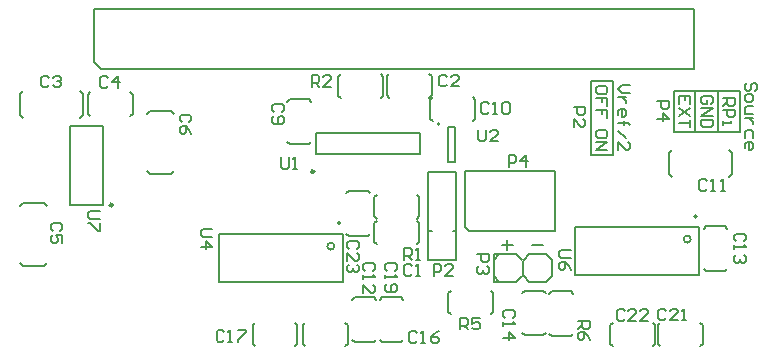
<source format=gto>
G04 Layer_Color=65535*
%FSAX24Y24*%
%MOIN*%
G70*
G01*
G75*
%ADD19C,0.0079*%
%ADD35C,0.0098*%
%ADD36C,0.0059*%
D19*
X050187Y031093D02*
G03*
X050187Y031093I-000118J000000D01*
G01*
X050395Y031859D02*
G03*
X050395Y031859I-000049J000000D01*
G01*
X062067Y031329D02*
G03*
X062067Y031329I-000118J000000D01*
G01*
X062275Y032095D02*
G03*
X062275Y032095I-000049J000000D01*
G01*
X050669Y032933D02*
X051299D01*
X050591Y032854D02*
X050669Y032933D01*
X051299D02*
X051378Y032854D01*
X050591Y031516D02*
X050669Y031437D01*
X051299D02*
X051378Y031516D01*
X050669Y031437D02*
X051299D01*
X051516Y031240D02*
Y031870D01*
Y031240D02*
X051594Y031161D01*
X051516Y031870D02*
X051594Y031949D01*
X052933Y031161D02*
X053012Y031240D01*
X052933Y031949D02*
X053012Y031870D01*
Y031240D02*
Y031870D01*
X053435Y036122D02*
Y036752D01*
X053356Y036831D02*
X053435Y036752D01*
X053356Y036043D02*
X053435Y036122D01*
X051939Y036752D02*
X052018Y036831D01*
X051939Y036122D02*
X052018Y036043D01*
X051939Y036122D02*
Y036752D01*
X053012Y032087D02*
Y032717D01*
X052933Y032795D02*
X053012Y032717D01*
X052933Y032008D02*
X053012Y032087D01*
X051516Y032717D02*
X051594Y032795D01*
X051516Y032087D02*
X051594Y032008D01*
X051516Y032087D02*
Y032717D01*
X051821Y036112D02*
Y036742D01*
X051742Y036821D02*
X051821Y036742D01*
X051742Y036033D02*
X051821Y036112D01*
X050325Y036742D02*
X050404Y036821D01*
X050325Y036112D02*
X050404Y036033D01*
X050325Y036112D02*
Y036742D01*
X049567Y034173D02*
X053032D01*
X049567Y034882D02*
X053032D01*
X049567Y034173D02*
Y034882D01*
X053032Y034173D02*
Y034882D01*
X053965Y035079D02*
X054215D01*
X053965Y033898D02*
X054215D01*
X053965D02*
Y035079D01*
X054215Y033898D02*
Y035079D01*
X046329Y029911D02*
Y031486D01*
X050463Y029911D02*
Y031486D01*
X046329Y029911D02*
X050463D01*
X046329Y031486D02*
X050463D01*
X058209Y030148D02*
Y031722D01*
X062343Y030148D02*
Y031722D01*
X058209Y030148D02*
X062343D01*
X058209Y031722D02*
X062343D01*
X042165Y037242D02*
Y038992D01*
Y037242D02*
X042415Y036992D01*
X062165D01*
Y038992D01*
X042165D02*
X062165D01*
X039698Y036177D02*
X039798Y036277D01*
X039698Y035477D02*
Y036177D01*
Y035477D02*
X039798Y035377D01*
X041698Y036277D02*
X041798Y036177D01*
Y035477D02*
Y036177D01*
X041698Y035377D02*
X041798Y035477D01*
X043465Y035512D02*
Y036142D01*
X043386Y036220D02*
X043465Y036142D01*
X043386Y035433D02*
X043465Y035512D01*
X041968Y036142D02*
X042047Y036220D01*
X041968Y035512D02*
X042047Y035433D01*
X041968Y035512D02*
Y036142D01*
X039707Y030546D02*
X039807Y030446D01*
X040507D01*
X040607Y030546D01*
X039707Y032446D02*
X039807Y032546D01*
X040507D01*
X040607Y032446D01*
X044740Y035597D02*
X044840Y035497D01*
X044040Y035597D02*
X044740D01*
X043940Y035497D02*
X044040Y035597D01*
X044740Y033497D02*
X044840Y033597D01*
X044040Y033497D02*
X044740D01*
X043940Y033597D02*
X044040Y033497D01*
X048701Y034488D02*
X049331D01*
X049409Y034567D01*
X048622D02*
X048701Y034488D01*
X049331Y035984D02*
X049409Y035906D01*
X048622D02*
X048701Y035984D01*
X049331D01*
X053386Y035344D02*
Y035974D01*
Y035344D02*
X053465Y035266D01*
X053386Y035974D02*
X053465Y036053D01*
X054803Y035266D02*
X054882Y035344D01*
X054803Y036053D02*
X054882Y035974D01*
Y035344D02*
Y035974D01*
X063352Y033408D02*
X063452Y033508D01*
Y034208D01*
X063352Y034308D02*
X063452Y034208D01*
X061352Y033508D02*
X061452Y033408D01*
X061352Y033508D02*
Y034208D01*
X061452Y034308D01*
X050866Y027894D02*
X051496D01*
X051575Y027972D01*
X050787D02*
X050866Y027894D01*
X051496Y029390D02*
X051575Y029311D01*
X050787D02*
X050866Y029390D01*
X051496D01*
X062579Y031752D02*
X063209D01*
X062500Y031673D02*
X062579Y031752D01*
X063209D02*
X063287Y031673D01*
X062500Y030335D02*
X062579Y030256D01*
X063209D02*
X063287Y030335D01*
X062579Y030256D02*
X063209D01*
X056526Y028120D02*
X057156D01*
X057234Y028199D01*
X056447D02*
X056526Y028120D01*
X057156Y029616D02*
X057234Y029537D01*
X056447D02*
X056526Y029616D01*
X057156D01*
X049134Y027835D02*
Y028465D01*
Y027835D02*
X049213Y027756D01*
X049134Y028465D02*
X049213Y028543D01*
X050551Y027756D02*
X050630Y027835D01*
X050551Y028543D02*
X050630Y028465D01*
Y027835D02*
Y028465D01*
X047461Y027835D02*
Y028465D01*
Y027835D02*
X047539Y027756D01*
X047461Y028465D02*
X047539Y028543D01*
X048878Y027756D02*
X048957Y027835D01*
X048878Y028543D02*
X048957Y028465D01*
Y027835D02*
Y028465D01*
X051772Y027894D02*
X052402D01*
X052480Y027972D01*
X051693D02*
X051772Y027894D01*
X052402Y029390D02*
X052480Y029311D01*
X051693D02*
X051772Y029390D01*
X052402D01*
X060965Y027835D02*
Y028465D01*
Y027835D02*
X061043Y027756D01*
X060965Y028465D02*
X061043Y028543D01*
X062382Y027756D02*
X062461Y027835D01*
X062382Y028543D02*
X062461Y028465D01*
Y027835D02*
Y028465D01*
X059390Y027835D02*
Y028465D01*
Y027835D02*
X059468Y027756D01*
X059390Y028465D02*
X059468Y028543D01*
X060807Y027756D02*
X060886Y027835D01*
X060807Y028543D02*
X060886Y028465D01*
Y027835D02*
Y028465D01*
X054130Y031600D02*
X054250D01*
X053310D02*
X053430D01*
X054250Y030630D02*
Y033570D01*
X053310Y030630D02*
Y033570D01*
Y030630D02*
X054250D01*
X053310Y033570D02*
X054250D01*
X057431Y029587D02*
X058061D01*
X057352Y029508D02*
X057431Y029587D01*
X058061D02*
X058140Y029508D01*
X057352Y028169D02*
X057431Y028091D01*
X058061D02*
X058140Y028169D01*
X057431Y028091D02*
X058061D01*
X042470Y032451D02*
Y035089D01*
X041368Y032451D02*
Y035089D01*
Y032451D02*
X042470D01*
X041368Y035089D02*
X042470D01*
X054539Y033591D02*
X057539D01*
Y031591D02*
Y033591D01*
X054539Y031741D02*
X054689Y031591D01*
X057539D01*
X054539Y031741D02*
Y033591D01*
X055495Y029894D02*
Y030834D01*
X057245D02*
X057435Y030644D01*
X057245Y029894D02*
X057435Y030084D01*
Y030644D01*
X056495D02*
X056685Y030834D01*
X056495Y030084D02*
X056685Y029894D01*
X055495Y030644D02*
X055685Y030834D01*
X055495Y030084D02*
X055685Y029894D01*
X056245D02*
X056435Y030084D01*
X056245Y030834D02*
X056435Y030644D01*
X055685Y030834D02*
X056245D01*
X055685Y029894D02*
X056245D01*
X056685D02*
X057245D01*
X056685Y030834D02*
X057245D01*
X055495D02*
X055685D01*
X055495Y029894D02*
X055685D01*
X056465Y030114D02*
Y030614D01*
X061496Y036270D02*
X063711D01*
Y034892D02*
Y036270D01*
X061496Y034892D02*
X063711D01*
X062963D02*
Y036270D01*
X062224Y034911D02*
Y036260D01*
X061496Y034892D02*
Y036260D01*
X058730Y034144D02*
Y036575D01*
X059459Y034144D02*
Y036575D01*
X058730Y034144D02*
X059459D01*
X058730Y036585D02*
X059459D01*
X056782Y031132D02*
X057126D01*
X055955Y030974D02*
Y031309D01*
X055782Y031132D02*
X056127D01*
X055482Y028898D02*
Y029528D01*
X055404Y029606D02*
X055482Y029528D01*
X055404Y028819D02*
X055482Y028898D01*
X053986Y029528D02*
X054065Y029606D01*
X053986Y028898D02*
X054065Y028819D01*
X053986Y028898D02*
Y029528D01*
X050928Y031007D02*
X050994Y031073D01*
Y031204D01*
X050928Y031270D01*
X050666D01*
X050600Y031204D01*
Y031073D01*
X050666Y031007D01*
X050600Y030614D02*
Y030876D01*
X050863Y030614D01*
X050928D01*
X050994Y030679D01*
Y030811D01*
X050928Y030876D01*
Y030483D02*
X050994Y030417D01*
Y030286D01*
X050928Y030220D01*
X050863D01*
X050797Y030286D01*
Y030351D01*
Y030286D01*
X050732Y030220D01*
X050666D01*
X050600Y030286D01*
Y030417D01*
X050666Y030483D01*
X052772Y030426D02*
X052707Y030492D01*
X052575D01*
X052510Y030426D01*
Y030164D01*
X052575Y030098D01*
X052707D01*
X052772Y030164D01*
X052903Y030098D02*
X053035D01*
X052969D01*
Y030492D01*
X052903Y030426D01*
X053953Y036745D02*
X053888Y036811D01*
X053757D01*
X053691Y036745D01*
Y036483D01*
X053757Y036417D01*
X053888D01*
X053953Y036483D01*
X054347Y036417D02*
X054085D01*
X054347Y036680D01*
Y036745D01*
X054281Y036811D01*
X054150D01*
X054085Y036745D01*
X052520Y030640D02*
Y031033D01*
X052716D01*
X052782Y030968D01*
Y030837D01*
X052716Y030771D01*
X052520D01*
X052651D02*
X052782Y030640D01*
X052913D02*
X053044D01*
X052979D01*
Y031033D01*
X052913Y030968D01*
X049429Y036407D02*
Y036801D01*
X049626D01*
X049692Y036735D01*
Y036604D01*
X049626Y036539D01*
X049429D01*
X049560D02*
X049692Y036407D01*
X050085D02*
X049823D01*
X050085Y036670D01*
Y036735D01*
X050019Y036801D01*
X049888D01*
X049823Y036735D01*
X048406Y034055D02*
Y033727D01*
X048471Y033661D01*
X048602D01*
X048668Y033727D01*
Y034055D01*
X048799Y033661D02*
X048930D01*
X048865D01*
Y034055D01*
X048799Y033989D01*
X054990Y034980D02*
Y034652D01*
X055056Y034587D01*
X055187D01*
X055253Y034652D01*
Y034980D01*
X055646Y034587D02*
X055384D01*
X055646Y034849D01*
Y034915D01*
X055581Y034980D01*
X055449D01*
X055384Y034915D01*
X046122Y031663D02*
X045794D01*
X045728Y031598D01*
Y031467D01*
X045794Y031401D01*
X046122D01*
X045728Y031073D02*
X046122D01*
X045925Y031270D01*
Y031007D01*
X058081Y030965D02*
X057753D01*
X057687Y030899D01*
Y030768D01*
X057753Y030702D01*
X058081D01*
Y030309D02*
X058015Y030440D01*
X057884Y030571D01*
X057753D01*
X057687Y030505D01*
Y030374D01*
X057753Y030309D01*
X057818D01*
X057884Y030374D01*
Y030571D01*
X040676Y036716D02*
X040610Y036781D01*
X040479D01*
X040413Y036716D01*
Y036453D01*
X040479Y036388D01*
X040610D01*
X040676Y036453D01*
X040807Y036716D02*
X040873Y036781D01*
X041004D01*
X041069Y036716D01*
Y036650D01*
X041004Y036585D01*
X040938D01*
X041004D01*
X041069Y036519D01*
Y036453D01*
X041004Y036388D01*
X040873D01*
X040807Y036453D01*
X042644Y036686D02*
X042579Y036752D01*
X042447D01*
X042382Y036686D01*
Y036424D01*
X042447Y036358D01*
X042579D01*
X042644Y036424D01*
X042972Y036358D02*
Y036752D01*
X042775Y036555D01*
X043038D01*
X041056Y031608D02*
X041122Y031673D01*
Y031804D01*
X041056Y031870D01*
X040794D01*
X040728Y031804D01*
Y031673D01*
X040794Y031608D01*
X041122Y031214D02*
Y031477D01*
X040925D01*
X040991Y031345D01*
Y031280D01*
X040925Y031214D01*
X040794D01*
X040728Y031280D01*
Y031411D01*
X040794Y031477D01*
X045358Y035220D02*
X045423Y035285D01*
Y035417D01*
X045358Y035482D01*
X045095D01*
X045030Y035417D01*
Y035285D01*
X045095Y035220D01*
X045423Y034826D02*
X045358Y034958D01*
X045226Y035089D01*
X045095D01*
X045030Y035023D01*
Y034892D01*
X045095Y034826D01*
X045161D01*
X045226Y034892D01*
Y035089D01*
X048428Y035574D02*
X048494Y035640D01*
Y035771D01*
X048428Y035837D01*
X048166D01*
X048100Y035771D01*
Y035640D01*
X048166Y035574D01*
Y035443D02*
X048100Y035377D01*
Y035246D01*
X048166Y035181D01*
X048428D01*
X048494Y035246D01*
Y035377D01*
X048428Y035443D01*
X048363D01*
X048297Y035377D01*
Y035181D01*
X055331Y035820D02*
X055266Y035886D01*
X055134D01*
X055069Y035820D01*
Y035558D01*
X055134Y035492D01*
X055266D01*
X055331Y035558D01*
X055462Y035492D02*
X055594D01*
X055528D01*
Y035886D01*
X055462Y035820D01*
X055790D02*
X055856Y035886D01*
X055987D01*
X056053Y035820D01*
Y035558D01*
X055987Y035492D01*
X055856D01*
X055790Y035558D01*
Y035820D01*
X062605Y033251D02*
X062539Y033317D01*
X062408D01*
X062343Y033251D01*
Y032989D01*
X062408Y032923D01*
X062539D01*
X062605Y032989D01*
X062736Y032923D02*
X062867D01*
X062802D01*
Y033317D01*
X062736Y033251D01*
X063064Y032923D02*
X063195D01*
X063130D01*
Y033317D01*
X063064Y033251D01*
X051480Y030269D02*
X051545Y030335D01*
Y030466D01*
X051480Y030531D01*
X051217D01*
X051152Y030466D01*
Y030335D01*
X051217Y030269D01*
X051152Y030138D02*
Y030007D01*
Y030072D01*
X051545D01*
X051480Y030138D01*
X051152Y029548D02*
Y029810D01*
X051414Y029548D01*
X051480D01*
X051545Y029613D01*
Y029744D01*
X051480Y029810D01*
X063842Y031253D02*
X063907Y031319D01*
Y031450D01*
X063842Y031516D01*
X063579D01*
X063514Y031450D01*
Y031319D01*
X063579Y031253D01*
X063514Y031122D02*
Y030991D01*
Y031057D01*
X063907D01*
X063842Y031122D01*
Y030794D02*
X063907Y030729D01*
Y030597D01*
X063842Y030532D01*
X063776D01*
X063711Y030597D01*
Y030663D01*
Y030597D01*
X063645Y030532D01*
X063579D01*
X063514Y030597D01*
Y030729D01*
X063579Y030794D01*
X056145Y028694D02*
X056210Y028760D01*
Y028891D01*
X056145Y028957D01*
X055883D01*
X055817Y028891D01*
Y028760D01*
X055883Y028694D01*
X055817Y028563D02*
Y028432D01*
Y028498D01*
X056210D01*
X056145Y028563D01*
X055817Y028038D02*
X056210D01*
X056014Y028235D01*
Y027973D01*
X052940Y028202D02*
X052874Y028268D01*
X052743D01*
X052677Y028202D01*
Y027940D01*
X052743Y027874D01*
X052874D01*
X052940Y027940D01*
X053071Y027874D02*
X053202D01*
X053136D01*
Y028268D01*
X053071Y028202D01*
X053661Y028268D02*
X053530Y028202D01*
X053399Y028071D01*
Y027940D01*
X053464Y027874D01*
X053595D01*
X053661Y027940D01*
Y028005D01*
X053595Y028071D01*
X053399D01*
X046522Y028232D02*
X046457Y028297D01*
X046325D01*
X046260Y028232D01*
Y027969D01*
X046325Y027904D01*
X046457D01*
X046522Y027969D01*
X046653Y027904D02*
X046785D01*
X046719D01*
Y028297D01*
X046653Y028232D01*
X046981Y028297D02*
X047244D01*
Y028232D01*
X046981Y027969D01*
Y027904D01*
X052198Y030279D02*
X052264Y030345D01*
Y030476D01*
X052198Y030541D01*
X051936D01*
X051870Y030476D01*
Y030345D01*
X051936Y030279D01*
X051870Y030148D02*
Y030017D01*
Y030082D01*
X052264D01*
X052198Y030148D01*
X051936Y029820D02*
X051870Y029754D01*
Y029623D01*
X051936Y029557D01*
X052198D01*
X052264Y029623D01*
Y029754D01*
X052198Y029820D01*
X052132D01*
X052067Y029754D01*
Y029557D01*
X061247Y028950D02*
X061181Y029016D01*
X061050D01*
X060984Y028950D01*
Y028688D01*
X061050Y028622D01*
X061181D01*
X061247Y028688D01*
X061640Y028622D02*
X061378D01*
X061640Y028884D01*
Y028950D01*
X061575Y029016D01*
X061443D01*
X061378Y028950D01*
X061771Y028622D02*
X061903D01*
X061837D01*
Y029016D01*
X061771Y028950D01*
X059859Y028940D02*
X059793Y029006D01*
X059662D01*
X059596Y028940D01*
Y028678D01*
X059662Y028612D01*
X059793D01*
X059859Y028678D01*
X060252Y028612D02*
X059990D01*
X060252Y028875D01*
Y028940D01*
X060187Y029006D01*
X060056D01*
X059990Y028940D01*
X060646Y028612D02*
X060384D01*
X060646Y028875D01*
Y028940D01*
X060580Y029006D01*
X060449D01*
X060384Y028940D01*
X053494Y030098D02*
Y030492D01*
X053691D01*
X053756Y030426D01*
Y030295D01*
X053691Y030230D01*
X053494D01*
X054150Y030098D02*
X053888D01*
X054150Y030361D01*
Y030426D01*
X054084Y030492D01*
X053953D01*
X053888Y030426D01*
X054941Y030837D02*
X055335D01*
Y030640D01*
X055269Y030574D01*
X055138D01*
X055072Y030640D01*
Y030837D01*
X055269Y030443D02*
X055335Y030377D01*
Y030246D01*
X055269Y030181D01*
X055203D01*
X055138Y030246D01*
Y030312D01*
Y030246D01*
X055072Y030181D01*
X055007D01*
X054941Y030246D01*
Y030377D01*
X055007Y030443D01*
X058307Y028612D02*
X058701D01*
Y028415D01*
X058635Y028350D01*
X058504D01*
X058438Y028415D01*
Y028612D01*
Y028481D02*
X058307Y028350D01*
X058701Y027956D02*
X058635Y028087D01*
X058504Y028219D01*
X058373D01*
X058307Y028153D01*
Y028022D01*
X058373Y027956D01*
X058438D01*
X058504Y028022D01*
Y028219D01*
X042362Y032254D02*
X042034D01*
X041968Y032188D01*
Y032057D01*
X042034Y031992D01*
X042362D01*
Y031860D02*
Y031598D01*
X042296D01*
X042034Y031860D01*
X041968D01*
X055994Y033750D02*
Y034144D01*
X056191D01*
X056256Y034078D01*
Y033947D01*
X056191Y033881D01*
X055994D01*
X056584Y033750D02*
Y034144D01*
X056388Y033947D01*
X056650D01*
X054380Y028317D02*
Y028710D01*
X054577D01*
X054642Y028645D01*
Y028514D01*
X054577Y028448D01*
X054380D01*
X054511D02*
X054642Y028317D01*
X055036Y028710D02*
X054774D01*
Y028514D01*
X054905Y028579D01*
X054970D01*
X055036Y028514D01*
Y028383D01*
X054970Y028317D01*
X054839D01*
X054774Y028383D01*
X063150Y036043D02*
X063543D01*
Y035847D01*
X063478Y035781D01*
X063346D01*
X063281Y035847D01*
Y036043D01*
Y035912D02*
X063150Y035781D01*
Y035650D02*
X063543D01*
Y035453D01*
X063478Y035387D01*
X063346D01*
X063281Y035453D01*
Y035650D01*
X063150Y035256D02*
Y035125D01*
Y035191D01*
X063412D01*
Y035256D01*
X062730Y035840D02*
X062795Y035906D01*
Y036037D01*
X062730Y036102D01*
X062467D01*
X062402Y036037D01*
Y035906D01*
X062467Y035840D01*
X062598D01*
Y035971D01*
X062402Y035709D02*
X062795D01*
X062402Y035446D01*
X062795D01*
Y035315D02*
X062402D01*
Y035118D01*
X062467Y035053D01*
X062730D01*
X062795Y035118D01*
Y035315D01*
X062057Y035840D02*
Y036102D01*
X061663D01*
Y035840D01*
X061860Y036102D02*
Y035971D01*
X062057Y035709D02*
X061663Y035446D01*
X062057D02*
X061663Y035709D01*
X062057Y035315D02*
Y035053D01*
Y035184D01*
X061663D01*
X060935Y035925D02*
X061329D01*
Y035728D01*
X061263Y035663D01*
X061132D01*
X061066Y035728D01*
Y035925D01*
X060935Y035335D02*
X061329D01*
X061132Y035532D01*
Y035269D01*
X058159Y035719D02*
X058553D01*
Y035522D01*
X058487Y035456D01*
X058356D01*
X058291Y035522D01*
Y035719D01*
X058159Y035063D02*
Y035325D01*
X058422Y035063D01*
X058487D01*
X058553Y035128D01*
Y035259D01*
X058487Y035325D01*
X059291Y036230D02*
Y036362D01*
X059226Y036427D01*
X058963D01*
X058898Y036362D01*
Y036230D01*
X058963Y036165D01*
X059226D01*
X059291Y036230D01*
Y035771D02*
Y036034D01*
X059094D01*
Y035902D01*
Y036034D01*
X058898D01*
X059291Y035378D02*
Y035640D01*
X059094D01*
Y035509D01*
Y035640D01*
X058898D01*
X059291Y034774D02*
Y034905D01*
X059226Y034970D01*
X058963D01*
X058898Y034905D01*
Y034774D01*
X058963Y034708D01*
X059226D01*
X059291Y034774D01*
X058898Y034577D02*
X059291D01*
X058898Y034315D01*
X059291D01*
X060029Y036457D02*
X059767D01*
X059636Y036326D01*
X059767Y036194D01*
X060029D01*
X059898Y036063D02*
X059636D01*
X059767D01*
X059833Y035998D01*
X059898Y035932D01*
Y035866D01*
X059636Y035473D02*
Y035604D01*
X059701Y035670D01*
X059833D01*
X059898Y035604D01*
Y035473D01*
X059833Y035407D01*
X059767D01*
Y035670D01*
X059636Y035210D02*
X059964D01*
X059833D01*
Y035276D01*
Y035145D01*
Y035210D01*
X059964D01*
X060029Y035145D01*
X059636Y034948D02*
X059898Y034686D01*
X059636Y034292D02*
Y034554D01*
X059898Y034292D01*
X059964D01*
X060029Y034358D01*
Y034489D01*
X059964Y034554D01*
X064196Y036283D02*
X064262Y036348D01*
Y036480D01*
X064196Y036545D01*
X064130D01*
X064065Y036480D01*
Y036348D01*
X063999Y036283D01*
X063934D01*
X063868Y036348D01*
Y036480D01*
X063934Y036545D01*
X063868Y036086D02*
Y035955D01*
X063934Y035889D01*
X064065D01*
X064130Y035955D01*
Y036086D01*
X064065Y036152D01*
X063934D01*
X063868Y036086D01*
X064130Y035758D02*
X063934D01*
X063868Y035693D01*
Y035496D01*
X064130D01*
Y035365D02*
X063868D01*
X063999D01*
X064065Y035299D01*
X064130Y035233D01*
Y035168D01*
Y034709D02*
Y034905D01*
X064065Y034971D01*
X063934D01*
X063868Y034905D01*
Y034709D01*
Y034381D02*
Y034512D01*
X063934Y034577D01*
X064065D01*
X064130Y034512D01*
Y034381D01*
X064065Y034315D01*
X063999D01*
Y034577D01*
D35*
X049514Y033583D02*
G03*
X049514Y033583I-000049J000000D01*
G01*
X042795Y032470D02*
G03*
X042795Y032470I-000049J000000D01*
G01*
D36*
X053695Y035168D02*
G03*
X053695Y035168I-000030J000000D01*
G01*
M02*

</source>
